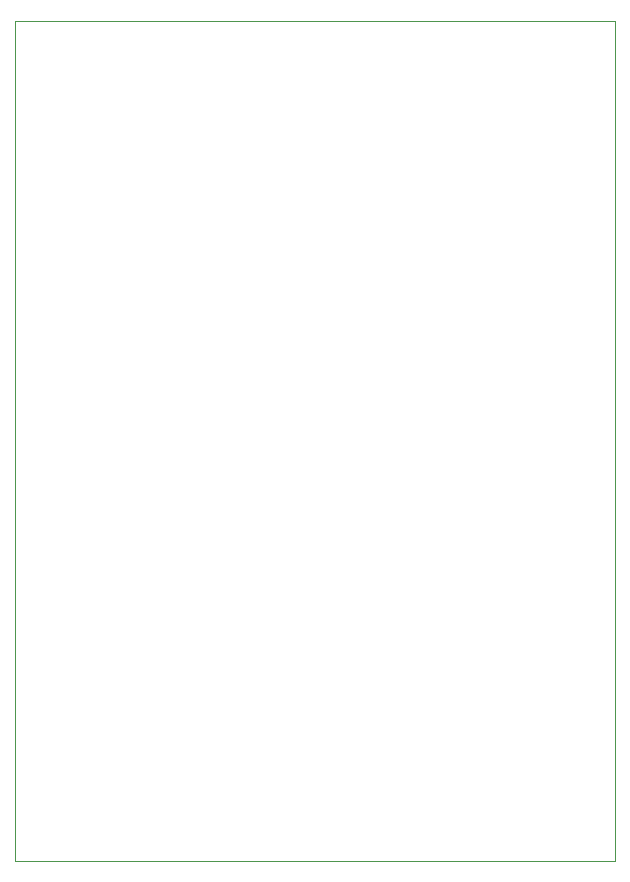
<source format=gbr>
%TF.GenerationSoftware,KiCad,Pcbnew,8.0.6*%
%TF.CreationDate,2024-11-12T22:05:41-08:00*%
%TF.ProjectId,PD Jack_RevA,5044204a-6163-46b5-9f52-6576412e6b69,rev?*%
%TF.SameCoordinates,Original*%
%TF.FileFunction,Profile,NP*%
%FSLAX46Y46*%
G04 Gerber Fmt 4.6, Leading zero omitted, Abs format (unit mm)*
G04 Created by KiCad (PCBNEW 8.0.6) date 2024-11-12 22:05:41*
%MOMM*%
%LPD*%
G01*
G04 APERTURE LIST*
%TA.AperFunction,Profile*%
%ADD10C,0.050000*%
%TD*%
G04 APERTURE END LIST*
D10*
X119380000Y-66040000D02*
X170180000Y-66040000D01*
X170180000Y-137160000D01*
X119380000Y-137160000D01*
X119380000Y-66040000D01*
M02*

</source>
